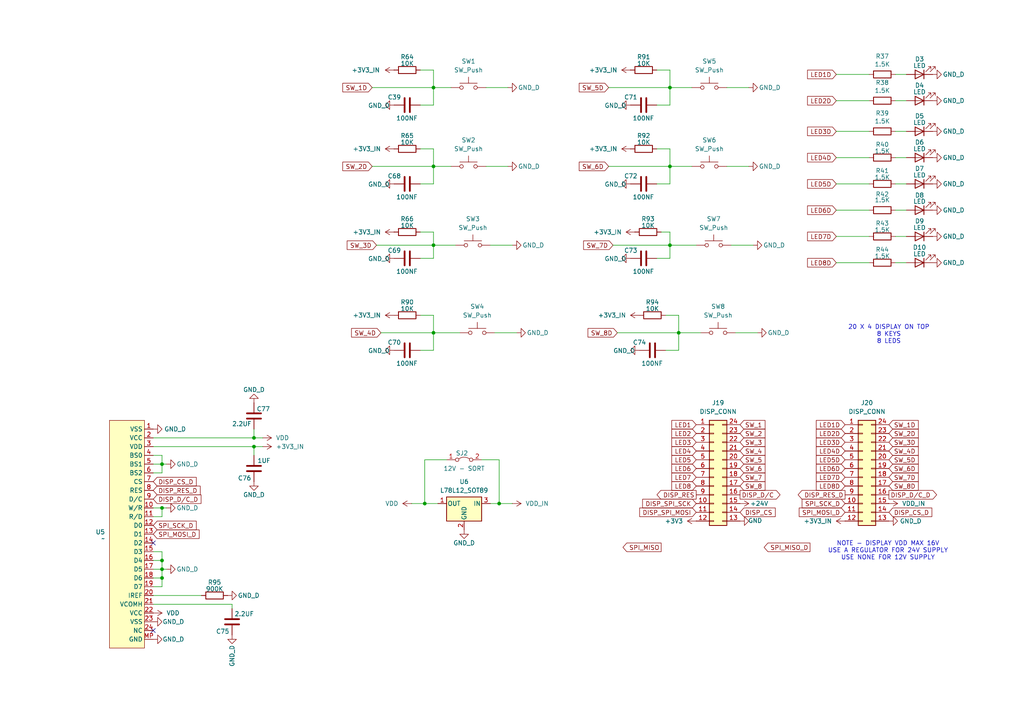
<source format=kicad_sch>
(kicad_sch (version 20231120) (generator "eeschema") (generator_version "8.0")
  (paper "A4")
  (lib_symbols
    (symbol "Connector_Generic:Conn_02x12_Counter_Clockwise" (pin_names (offset 1.016) hide)
      (property "Reference" "J" (at 1.27 15.24 0))
      (property "Value" "Conn_02x12_Counter_Clockwise" (at 1.27 -17.78 0))
      (symbol "Conn_02x12_Counter_Clockwise_1_1"
        (rectangle (start -1.27 -15.113) (end 0 -15.367) (stroke (width 0.1524)))
        (rectangle (start -1.27 -12.573) (end 0 -12.827) (stroke (width 0.1524)))
        (rectangle (start -1.27 -10.033) (end 0 -10.287) (stroke (width 0.1524)))
        (rectangle (start -1.27 -7.493) (end 0 -7.747) (stroke (width 0.1524)))
        (rectangle (start -1.27 -4.953) (end 0 -5.207) (stroke (width 0.1524)))
        (rectangle (start -1.27 -2.413) (end 0 -2.667) (stroke (width 0.1524)))
        (rectangle (start -1.27 0.127) (end 0 -0.127) (stroke (width 0.1524)))
        (rectangle (start -1.27 2.667) (end 0 2.413) (stroke (width 0.1524)))
        (rectangle (start -1.27 5.207) (end 0 4.953) (stroke (width 0.1524)))
        (rectangle (start -1.27 7.747) (end 0 7.493) (stroke (width 0.1524)))
        (rectangle (start -1.27 10.287) (end 0 10.033) (stroke (width 0.1524)))
        (rectangle (start -1.27 12.827) (end 0 12.573) (stroke (width 0.1524)))
        (rectangle (start -1.27 13.97) (end 3.81 -16.51) (stroke (width 0.254)) (fill (type background)))
        (rectangle (start 3.81 -15.113) (end 2.54 -15.367) (stroke (width 0.1524)))
        (rectangle (start 3.81 -12.573) (end 2.54 -12.827) (stroke (width 0.1524)))
        (rectangle (start 3.81 -10.033) (end 2.54 -10.287) (stroke (width 0.1524)))
        (rectangle (start 3.81 -7.493) (end 2.54 -7.747) (stroke (width 0.1524)))
        (rectangle (start 3.81 -4.953) (end 2.54 -5.207) (stroke (width 0.1524)))
        (rectangle (start 3.81 -2.413) (end 2.54 -2.667) (stroke (width 0.1524)))
        (rectangle (start 3.81 0.127) (end 2.54 -0.127) (stroke (width 0.1524)))
        (rectangle (start 3.81 2.667) (end 2.54 2.413) (stroke (width 0.1524)))
        (rectangle (start 3.81 5.207) (end 2.54 4.953) (stroke (width 0.1524)))
        (rectangle (start 3.81 7.747) (end 2.54 7.493) (stroke (width 0.1524)))
        (rectangle (start 3.81 10.287) (end 2.54 10.033) (stroke (width 0.1524)))
        (rectangle (start 3.81 12.827) (end 2.54 12.573) (stroke (width 0.1524)))
        (pin passive line (at -5.08 12.7 0) (length 3.81) (name "Pin_1") (number "1"))
        (pin passive line (at -5.08 -10.16 0) (length 3.81) (name "Pin_10") (number "10"))
        (pin passive line (at -5.08 -12.7 0) (length 3.81) (name "Pin_11") (number "11"))
        (pin passive line (at -5.08 -15.24 0) (length 3.81) (name "Pin_12") (number "12"))
        (pin passive line (at 7.62 -15.24 180) (length 3.81) (name "Pin_13") (number "13"))
        (pin passive line (at 7.62 -12.7 180) (length 3.81) (name "Pin_14") (number "14"))
        (pin passive line (at 7.62 -10.16 180) (length 3.81) (name "Pin_15") (number "15"))
        (pin passive line (at 7.62 -7.62 180) (length 3.81) (name "Pin_16") (number "16"))
        (pin passive line (at 7.62 -5.08 180) (length 3.81) (name "Pin_17") (number "17"))
        (pin passive line (at 7.62 -2.54 180) (length 3.81) (name "Pin_18") (number "18"))
        (pin passive line (at 7.62 0 180) (length 3.81) (name "Pin_19") (number "19"))
        (pin passive line (at -5.08 10.16 0) (length 3.81) (name "Pin_2") (number "2"))
        (pin passive line (at 7.62 2.54 180) (length 3.81) (name "Pin_20") (number "20"))
        (pin passive line (at 7.62 5.08 180) (length 3.81) (name "Pin_21") (number "21"))
        (pin passive line (at 7.62 7.62 180) (length 3.81) (name "Pin_22") (number "22"))
        (pin passive line (at 7.62 10.16 180) (length 3.81) (name "Pin_23") (number "23"))
        (pin passive line (at 7.62 12.7 180) (length 3.81) (name "Pin_24") (number "24"))
        (pin passive line (at -5.08 7.62 0) (length 3.81) (name "Pin_3") (number "3"))
        (pin passive line (at -5.08 5.08 0) (length 3.81) (name "Pin_4") (number "4"))
        (pin passive line (at -5.08 2.54 0) (length 3.81) (name "Pin_5") (number "5"))
        (pin passive line (at -5.08 0 0) (length 3.81) (name "Pin_6") (number "6"))
        (pin passive line (at -5.08 -2.54 0) (length 3.81) (name "Pin_7") (number "7"))
        (pin passive line (at -5.08 -5.08 0) (length 3.81) (name "Pin_8") (number "8"))
        (pin passive line (at -5.08 -7.62 0) (length 3.81) (name "Pin_9") (number "9"))
      )
    )
    (symbol "Device:C" (pin_numbers hide) (pin_names (offset 0.254))
      (property "Reference" "C" (at 0.635 2.54 0))
      (property "Value" "C" (at 0.635 -2.54 0))
      (symbol "C_0_1"
        (polyline (pts (xy -2.032 -0.762) (xy 2.032 -0.762)) (stroke (width 0.508)))
        (polyline (pts (xy -2.032 0.762) (xy 2.032 0.762)) (stroke (width 0.508)))
      )
      (symbol "C_1_1"
        (pin passive line (at 0 3.81 270) (length 2.794) (name "~") (number "1"))
        (pin passive line (at 0 -3.81 90) (length 2.794) (name "~") (number "2"))
      )
    )
    (symbol "Device:LED" (pin_numbers hide) (pin_names (offset 1.016) hide)
      (property "Reference" "D" (at 0 2.54 0))
      (property "Value" "LED" (at 0 -2.54 0))
      (symbol "LED_0_1"
        (polyline (pts (xy -1.27 -1.27) (xy -1.27 1.27)) (stroke (width 0.254)))
        (polyline (pts (xy -1.27 0) (xy 1.27 0)))
        (polyline (pts (xy 1.27 -1.27) (xy 1.27 1.27) (xy -1.27 0) (xy 1.27 -1.27)) (stroke (width 0.254)))
        (polyline (pts (xy -3.048 -0.762) (xy -4.572 -2.286) (xy -3.81 -2.286) (xy -4.572 -2.286) (xy -4.572 -1.524)))
        (polyline (pts (xy -1.778 -0.762) (xy -3.302 -2.286) (xy -2.54 -2.286) (xy -3.302 -2.286) (xy -3.302 -1.524)))
      )
      (symbol "LED_1_1"
        (pin passive line (at -3.81 0 0) (length 2.54) (name "K") (number "1"))
        (pin passive line (at 3.81 0 180) (length 2.54) (name "A") (number "2"))
      )
    )
    (symbol "Device:R" (pin_numbers hide) (pin_names (offset 0))
      (property "Reference" "R" (at 2.032 0 90))
      (property "Value" "R" (at 0 0 90))
      (symbol "R_0_1"
        (rectangle (start -1.016 -2.54) (end 1.016 2.54) (stroke (width 0.254)))
      )
      (symbol "R_1_1"
        (pin passive line (at 0 3.81 270) (length 1.27) (name "~") (number "1"))
        (pin passive line (at 0 -3.81 90) (length 1.27) (name "~") (number "2"))
      )
    )
    (symbol "Jumper:Jumper_2_Bridged" (pin_names (offset 0) hide)
      (property "Reference" "JP" (at 0 1.905 0))
      (property "Value" "Jumper_2_Bridged" (at 0 -2.54 0))
      (symbol "Jumper_2_Bridged_0_0"
        (circle (center -2.032 0) (radius 0.508))
        (circle (center 2.032 0) (radius 0.508))
      )
      (symbol "Jumper_2_Bridged_0_1"
        (arc (start 1.524 0.254) (mid 0 0.762) (end -1.524 0.254))
      )
      (symbol "Jumper_2_Bridged_1_1"
        (pin passive line (at -5.08 0 0) (length 2.54) (name "A") (number "1"))
        (pin passive line (at 5.08 0 180) (length 2.54) (name "B") (number "2"))
      )
    )
    (symbol "OLED DISPLAY:OLED_24PIN"
      (property "Reference" "U" (at -0.254 32.258 0))
      (symbol "OLED_24PIN_0_1"
        (rectangle (start -5.08 30.48) (end 5.08 -35.56) (fill (type background)))
      )
      (symbol "OLED_24PIN_1_1"
        (pin input line (at -7.62 27.94 0) (length 2.54) (name "VSS") (number "1"))
        (pin input line (at -7.62 5.08 0) (length 2.54) (name "W/R") (number "10"))
        (pin input line (at -7.62 2.54 0) (length 2.54) (name "R/D") (number "11"))
        (pin input line (at -7.62 0 0) (length 2.54) (name "D0") (number "12"))
        (pin input line (at -7.62 -2.54 0) (length 2.54) (name "D1") (number "13"))
        (pin input line (at -7.62 -5.08 0) (length 2.54) (name "D2") (number "14"))
        (pin input line (at -7.62 -7.62 0) (length 2.54) (name "D3") (number "15"))
        (pin input line (at -7.62 -10.16 0) (length 2.54) (name "D4") (number "16"))
        (pin input line (at -7.62 -12.7 0) (length 2.54) (name "D5") (number "17"))
        (pin input line (at -7.62 -15.24 0) (length 2.54) (name "D6") (number "18"))
        (pin input line (at -7.62 -17.78 0) (length 2.54) (name "D7") (number "19"))
        (pin input line (at -7.62 25.4 0) (length 2.54) (name "VCC") (number "2"))
        (pin input line (at -7.62 -20.32 0) (length 2.54) (name "IREF") (number "20"))
        (pin input line (at -7.62 -22.86 0) (length 2.54) (name "VCOMH") (number "21"))
        (pin input line (at -7.62 -25.4 0) (length 2.54) (name "VCC") (number "22"))
        (pin input line (at -7.62 -27.94 0) (length 2.54) (name "VSS") (number "23"))
        (pin input line (at -7.62 -30.48 0) (length 2.54) (name "NC") (number "24"))
        (pin input line (at -7.62 22.86 0) (length 2.54) (name "VDD") (number "3"))
        (pin input line (at -7.62 20.32 0) (length 2.54) (name "BS0") (number "4"))
        (pin input line (at -7.62 17.78 0) (length 2.54) (name "BS1") (number "5"))
        (pin input line (at -7.62 15.24 0) (length 2.54) (name "BS2") (number "6"))
        (pin input line (at -7.62 12.7 0) (length 2.54) (name "CS") (number "7"))
        (pin input line (at -7.62 10.16 0) (length 2.54) (name "RES") (number "8"))
        (pin input line (at -7.62 7.62 0) (length 2.54) (name "D/C") (number "9"))
        (pin input line (at -7.62 -33.02 0) (length 2.54) (name "GND") (number "MP"))
      )
    )
    (symbol "Regulator_Linear:L78L12_SOT89" (pin_names (offset 0.254))
      (property "Reference" "U" (at -3.81 3.175 0))
      (property "Value" "L78L12_SOT89" (at -0.635 3.175 0))
      (symbol "L78L12_SOT89_0_1"
        (rectangle (start -5.08 1.905) (end 5.08 -5.08) (stroke (width 0.254)) (fill (type background)))
      )
      (symbol "L78L12_SOT89_1_1"
        (pin power_out line (at 7.62 0 180) (length 2.54) (name "OUT") (number "1"))
        (pin power_in line (at 0 -7.62 90) (length 2.54) (name "GND") (number "2"))
        (pin power_in line (at -7.62 0 0) (length 2.54) (name "IN") (number "3"))
      )
    )
    (symbol "Switch:SW_Push" (pin_numbers hide) (pin_names (offset 1.016) hide)
      (property "Reference" "SW" (at 1.27 2.54 0))
      (property "Value" "SW_Push" (at 0 -1.524 0))
      (symbol "SW_Push_0_1"
        (circle (center -2.032 0) (radius 0.508))
        (polyline (pts (xy 0 1.27) (xy 0 3.048)))
        (polyline (pts (xy 2.54 1.27) (xy -2.54 1.27)))
        (circle (center 2.032 0) (radius 0.508))
        (pin passive line (at -5.08 0 0) (length 2.54) (name "1") (number "1"))
        (pin passive line (at 5.08 0 180) (length 2.54) (name "2") (number "2"))
      )
    )
    (symbol "power:+24V" (power) (pin_names (offset 0))
      (property "Value" "+24V" (at 0 3.556 0))
      (symbol "+24V_0_1"
        (polyline (pts (xy -0.762 1.27) (xy 0 2.54)))
        (polyline (pts (xy 0 0) (xy 0 2.54)))
        (polyline (pts (xy 0 2.54) (xy 0.762 1.27)))
      )
      (symbol "+24V_1_1"
        (pin power_in line (at 0 0 90) (length 0) hide (name "+24V") (number "1"))
      )
    )
    (symbol "power:+3V3" (power) (pin_numbers hide) (pin_names (offset 0) hide)
      (property "Value" "+3V3" (at 0 3.556 0))
      (symbol "+3V3_0_1"
        (polyline (pts (xy -0.762 1.27) (xy 0 2.54)))
        (polyline (pts (xy 0 0) (xy 0 2.54)))
        (polyline (pts (xy 0 2.54) (xy 0.762 1.27)))
      )
      (symbol "+3V3_1_1"
        (pin power_in line (at 0 0 90) (length 0) (name "~") (number "1"))
      )
    )
    (symbol "power:GND" (power) (pin_names (offset 0))
      (property "Value" "GND" (at 0 -3.81 0))
      (symbol "GND_0_1"
        (polyline (pts (xy 0 0) (xy 0 -1.27) (xy 1.27 -1.27) (xy 0 -2.54) (xy -1.27 -1.27) (xy 0 -1.27)))
      )
      (symbol "GND_1_1"
        (pin power_in line (at 0 0 270) (length 0) hide (name "GND") (number "1"))
      )
    )
    (symbol "power:VDD" (power) (pin_numbers hide) (pin_names (offset 0) hide)
      (property "Value" "VDD" (at 0 3.556 0))
      (symbol "VDD_0_1"
        (polyline (pts (xy -0.762 1.27) (xy 0 2.54)))
        (polyline (pts (xy 0 0) (xy 0 2.54)))
        (polyline (pts (xy 0 2.54) (xy 0.762 1.27)))
      )
      (symbol "VDD_1_1"
        (pin power_in line (at 0 0 90) (length 0) (name "~") (number "1"))
      )
    )
  )
  (junction (at 125.73 48.26))
  (junction (at 46.99 147.32))
  (junction (at 46.99 165.1))
  (junction (at 194.31 25.4))
  (junction (at 123.19 146.05))
  (junction (at 46.99 167.64))
  (junction (at 194.31 71.12))
  (junction (at 194.31 48.26))
  (junction (at 125.73 71.12))
  (junction (at 73.66 127))
  (junction (at 46.99 162.56))
  (junction (at 144.78 146.05))
  (junction (at 125.73 96.52))
  (junction (at 196.85 96.52))
  (junction (at 73.66 129.54))
  (junction (at 125.73 25.4))
  (junction (at 46.99 134.62))
  (no_connect (at 44.45 182.88))
  (no_connect (at 44.45 157.48))
  (wire (pts (xy 140.97 48.26) (xy 147.32 48.26)))
  (wire (pts (xy 44.45 165.1) (xy 46.99 165.1)))
  (wire (pts (xy 259.715 68.58) (xy 262.89 68.58)))
  (wire (pts (xy 44.45 172.72) (xy 58.42 172.72)))
  (wire (pts (xy 44.45 162.56) (xy 46.99 162.56)))
  (wire (pts (xy 196.85 101.6) (xy 196.85 96.52)))
  (wire (pts (xy 193.04 91.44) (xy 196.85 91.44)))
  (wire (pts (xy 193.04 101.6) (xy 196.85 101.6)))
  (wire (pts (xy 73.66 129.54) (xy 44.45 129.54)))
  (wire (pts (xy 125.73 91.44) (xy 125.73 96.52)))
  (wire (pts (xy 177.8 71.12) (xy 194.31 71.12)))
  (wire (pts (xy 252.095 38.1) (xy 242.57 38.1)))
  (wire (pts (xy 76.2 129.54) (xy 73.66 129.54)))
  (wire (pts (xy 194.31 74.93) (xy 194.31 71.12)))
  (wire (pts (xy 125.73 25.4) (xy 130.81 25.4)))
  (wire (pts (xy 125.73 48.26) (xy 130.81 48.26)))
  (wire (pts (xy 252.095 45.72) (xy 242.57 45.72)))
  (wire (pts (xy 259.715 29.21) (xy 262.89 29.21)))
  (wire (pts (xy 121.92 53.34) (xy 125.73 53.34)))
  (wire (pts (xy 121.92 91.44) (xy 125.73 91.44)))
  (wire (pts (xy 194.31 25.4) (xy 200.66 25.4)))
  (wire (pts (xy 125.73 101.6) (xy 125.73 96.52)))
  (wire (pts (xy 210.82 25.4) (xy 217.17 25.4)))
  (wire (pts (xy 179.07 96.52) (xy 196.85 96.52)))
  (wire (pts (xy 148.59 146.05) (xy 144.78 146.05)))
  (wire (pts (xy 46.99 137.16) (xy 44.45 137.16)))
  (wire (pts (xy 176.53 48.26) (xy 194.31 48.26)))
  (wire (pts (xy 44.45 127) (xy 73.66 127)))
  (wire (pts (xy 125.73 96.52) (xy 133.35 96.52)))
  (wire (pts (xy 196.85 91.44) (xy 196.85 96.52)))
  (wire (pts (xy 259.715 45.72) (xy 262.89 45.72)))
  (wire (pts (xy 121.92 67.31) (xy 125.73 67.31)))
  (wire (pts (xy 121.92 20.32) (xy 125.73 20.32)))
  (wire (pts (xy 125.73 53.34) (xy 125.73 48.26)))
  (wire (pts (xy 129.54 133.35) (xy 123.19 133.35)))
  (wire (pts (xy 194.31 67.31) (xy 194.31 71.12)))
  (wire (pts (xy 44.45 167.64) (xy 46.99 167.64)))
  (wire (pts (xy 259.715 53.34) (xy 262.89 53.34)))
  (wire (pts (xy 109.22 71.12) (xy 125.73 71.12)))
  (wire (pts (xy 44.45 149.86) (xy 46.99 149.86)))
  (wire (pts (xy 191.77 67.31) (xy 194.31 67.31)))
  (wire (pts (xy 46.99 132.08) (xy 46.99 134.62)))
  (wire (pts (xy 143.51 96.52) (xy 149.86 96.52)))
  (wire (pts (xy 73.66 127) (xy 73.66 124.46)))
  (wire (pts (xy 123.19 133.35) (xy 123.19 146.05)))
  (wire (pts (xy 107.95 48.26) (xy 125.73 48.26)))
  (wire (pts (xy 213.36 96.52) (xy 219.71 96.52)))
  (wire (pts (xy 46.99 160.02) (xy 46.99 162.56)))
  (wire (pts (xy 190.5 30.48) (xy 194.31 30.48)))
  (wire (pts (xy 125.73 71.12) (xy 132.08 71.12)))
  (wire (pts (xy 194.31 20.32) (xy 194.31 25.4)))
  (wire (pts (xy 46.99 162.56) (xy 46.99 165.1)))
  (wire (pts (xy 194.31 71.12) (xy 201.93 71.12)))
  (wire (pts (xy 210.82 48.26) (xy 217.17 48.26)))
  (wire (pts (xy 46.99 165.1) (xy 48.26 165.1)))
  (wire (pts (xy 144.78 146.05) (xy 142.24 146.05)))
  (wire (pts (xy 125.73 20.32) (xy 125.73 25.4)))
  (wire (pts (xy 259.715 21.59) (xy 262.89 21.59)))
  (wire (pts (xy 190.5 20.32) (xy 194.31 20.32)))
  (wire (pts (xy 107.95 25.4) (xy 125.73 25.4)))
  (wire (pts (xy 46.99 165.1) (xy 46.99 167.64)))
  (wire (pts (xy 142.24 71.12) (xy 148.59 71.12)))
  (wire (pts (xy 139.7 133.35) (xy 144.78 133.35)))
  (wire (pts (xy 123.19 146.05) (xy 127 146.05)))
  (wire (pts (xy 46.99 134.62) (xy 48.26 134.62)))
  (wire (pts (xy 125.73 67.31) (xy 125.73 71.12)))
  (wire (pts (xy 110.49 96.52) (xy 125.73 96.52)))
  (wire (pts (xy 252.095 21.59) (xy 242.57 21.59)))
  (wire (pts (xy 46.99 167.64) (xy 46.99 170.18)))
  (wire (pts (xy 46.99 134.62) (xy 46.99 137.16)))
  (wire (pts (xy 121.92 43.18) (xy 125.73 43.18)))
  (wire (pts (xy 44.45 134.62) (xy 46.99 134.62)))
  (wire (pts (xy 259.715 60.96) (xy 262.89 60.96)))
  (wire (pts (xy 144.78 133.35) (xy 144.78 146.05)))
  (wire (pts (xy 140.97 25.4) (xy 147.32 25.4)))
  (wire (pts (xy 190.5 53.34) (xy 194.31 53.34)))
  (wire (pts (xy 252.095 76.2) (xy 242.57 76.2)))
  (wire (pts (xy 196.85 96.52) (xy 203.2 96.52)))
  (wire (pts (xy 125.73 30.48) (xy 125.73 25.4)))
  (wire (pts (xy 46.99 170.18) (xy 44.45 170.18)))
  (wire (pts (xy 44.45 160.02) (xy 46.99 160.02)))
  (wire (pts (xy 73.66 129.54) (xy 73.66 132.08)))
  (wire (pts (xy 212.09 71.12) (xy 218.44 71.12)))
  (wire (pts (xy 194.31 53.34) (xy 194.31 48.26)))
  (wire (pts (xy 252.095 53.34) (xy 242.57 53.34)))
  (wire (pts (xy 44.45 175.26) (xy 67.31 175.26)))
  (wire (pts (xy 176.53 25.4) (xy 194.31 25.4)))
  (wire (pts (xy 121.92 30.48) (xy 125.73 30.48)))
  (wire (pts (xy 252.095 29.21) (xy 242.57 29.21)))
  (wire (pts (xy 190.5 43.18) (xy 194.31 43.18)))
  (wire (pts (xy 67.31 175.26) (xy 67.31 176.53)))
  (wire (pts (xy 194.31 43.18) (xy 194.31 48.26)))
  (wire (pts (xy 252.095 68.58) (xy 242.57 68.58)))
  (wire (pts (xy 121.92 74.93) (xy 125.73 74.93)))
  (wire (pts (xy 125.73 43.18) (xy 125.73 48.26)))
  (wire (pts (xy 194.31 30.48) (xy 194.31 25.4)))
  (wire (pts (xy 44.45 147.32) (xy 46.99 147.32)))
  (wire (pts (xy 73.66 127) (xy 76.2 127)))
  (wire (pts (xy 259.715 76.2) (xy 262.89 76.2)))
  (wire (pts (xy 119.38 146.05) (xy 123.19 146.05)))
  (wire (pts (xy 194.31 48.26) (xy 200.66 48.26)))
  (wire (pts (xy 190.5 74.93) (xy 194.31 74.93)))
  (wire (pts (xy 46.99 147.32) (xy 48.26 147.32)))
  (wire (pts (xy 252.095 60.96) (xy 242.57 60.96)))
  (wire (pts (xy 259.715 38.1) (xy 262.89 38.1)))
  (wire (pts (xy 46.99 149.86) (xy 46.99 147.32)))
  (wire (pts (xy 121.92 101.6) (xy 125.73 101.6)))
  (wire (pts (xy 125.73 74.93) (xy 125.73 71.12)))
  (wire (pts (xy 44.45 132.08) (xy 46.99 132.08)))
  (text "20 X 4 DISPLAY ON TOP\n8 KEYS\n8 LEDS" (at 257.81 97.028 0) (effects (font (size 1.27 1.27))))
  (text "NOTE - DISPLAY VDD MAX 16V\nUSE A REGULATOR FOR 24V SUPPLY\nUSE NONE FOR 12V SUPPLY" (at 257.556 159.766 0) (effects (font (size 1.27 1.27))))
  (global_label "LED8" (shape input) (at 201.93 140.97 180) (property "Intersheetrefs" "${INTERSHEET_REFS}" (effects (hide yes))))
  (global_label "DISP_D{slash}C_D" (shape input) (at 44.45 144.78 0) (property "Intersheetrefs" "${INTERSHEET_REFS}" (effects (hide yes))))
  (global_label "LED7D" (shape input) (at 242.57 68.58 180) (property "Intersheetrefs" "${INTERSHEET_REFS}" (effects (hide yes))))
  (global_label "SPI_MISO_D" (shape output) (at 234.95 158.75 180) (property "Intersheetrefs" "${INTERSHEET_REFS}" (effects (hide yes))))
  (global_label "LED6" (shape input) (at 201.93 135.89 180) (property "Intersheetrefs" "${INTERSHEET_REFS}" (effects (hide yes))))
  (global_label "LED2D" (shape input) (at 242.57 29.21 180) (property "Intersheetrefs" "${INTERSHEET_REFS}" (effects (hide yes))))
  (global_label "DISP_RES_D" (shape input) (at 44.45 142.24 0) (property "Intersheetrefs" "${INTERSHEET_REFS}" (effects (hide yes))))
  (global_label "SW_7D" (shape input) (at 257.81 138.43 0) (property "Intersheetrefs" "${INTERSHEET_REFS}" (effects (hide yes))))
  (global_label "LED7" (shape input) (at 201.93 138.43 180) (property "Intersheetrefs" "${INTERSHEET_REFS}" (effects (hide yes))))
  (global_label "DISP_D{slash}C" (shape output) (at 214.63 143.51 0) (property "Intersheetrefs" "${INTERSHEET_REFS}" (effects (hide yes))))
  (global_label "DISP_RES" (shape output) (at 201.93 143.51 180) (property "Intersheetrefs" "${INTERSHEET_REFS}" (effects (hide yes))))
  (global_label "LED3" (shape input) (at 201.93 128.27 180) (property "Intersheetrefs" "${INTERSHEET_REFS}" (effects (hide yes))))
  (global_label "LED5D" (shape input) (at 242.57 53.34 180) (property "Intersheetrefs" "${INTERSHEET_REFS}" (effects (hide yes))))
  (global_label "LED3D" (shape input) (at 245.11 128.27 180) (property "Intersheetrefs" "${INTERSHEET_REFS}" (effects (hide yes))))
  (global_label "LED1" (shape input) (at 201.93 123.19 180) (property "Intersheetrefs" "${INTERSHEET_REFS}" (effects (hide yes))))
  (global_label "SPI_SCK_D" (shape input) (at 245.11 146.05 180) (property "Intersheetrefs" "${INTERSHEET_REFS}" (effects (hide yes))))
  (global_label "SW_6" (shape input) (at 214.63 135.89 0) (property "Intersheetrefs" "${INTERSHEET_REFS}" (effects (hide yes))))
  (global_label "LED4" (shape input) (at 201.93 130.81 180) (property "Intersheetrefs" "${INTERSHEET_REFS}" (effects (hide yes))))
  (global_label "LED6D" (shape input) (at 245.11 135.89 180) (property "Intersheetrefs" "${INTERSHEET_REFS}" (effects (hide yes))))
  (global_label "SW_4D" (shape input) (at 257.81 130.81 0) (property "Intersheetrefs" "${INTERSHEET_REFS}" (effects (hide yes))))
  (global_label "LED6D" (shape input) (at 242.57 60.96 180) (property "Intersheetrefs" "${INTERSHEET_REFS}" (effects (hide yes))))
  (global_label "SPI_MISO" (shape output) (at 191.77 158.75 180) (property "Intersheetrefs" "${INTERSHEET_REFS}" (effects (hide yes))))
  (global_label "LED1D" (shape input) (at 242.57 21.59 180) (property "Intersheetrefs" "${INTERSHEET_REFS}" (effects (hide yes))))
  (global_label "SW_8" (shape input) (at 214.63 140.97 0) (property "Intersheetrefs" "${INTERSHEET_REFS}" (effects (hide yes))))
  (global_label "LED1D" (shape input) (at 245.11 123.19 180) (property "Intersheetrefs" "${INTERSHEET_REFS}" (effects (hide yes))))
  (global_label "SW_7D" (shape input) (at 177.8 71.12 180) (property "Intersheetrefs" "${INTERSHEET_REFS}" (effects (hide yes))))
  (global_label "SW_5" (shape input) (at 214.63 133.35 0) (property "Intersheetrefs" "${INTERSHEET_REFS}" (effects (hide yes))))
  (global_label "LED7D" (shape input) (at 245.11 138.43 180) (property "Intersheetrefs" "${INTERSHEET_REFS}" (effects (hide yes))))
  (global_label "LED2D" (shape input) (at 245.11 125.73 180) (property "Intersheetrefs" "${INTERSHEET_REFS}" (effects (hide yes))))
  (global_label "LED5" (shape input) (at 201.93 133.35 180) (property "Intersheetrefs" "${INTERSHEET_REFS}" (effects (hide yes))))
  (global_label "SW_2D" (shape input) (at 257.81 125.73 0) (property "Intersheetrefs" "${INTERSHEET_REFS}" (effects (hide yes))))
  (global_label "SW_6D" (shape input) (at 176.53 48.26 180) (property "Intersheetrefs" "${INTERSHEET_REFS}" (effects (hide yes))))
  (global_label "SW_2D" (shape input) (at 107.95 48.26 180) (property "Intersheetrefs" "${INTERSHEET_REFS}" (effects (hide yes))))
  (global_label "LED3D" (shape input) (at 242.57 38.1 180) (property "Intersheetrefs" "${INTERSHEET_REFS}" (effects (hide yes))))
  (global_label "SW_8D" (shape input) (at 179.07 96.52 180) (property "Intersheetrefs" "${INTERSHEET_REFS}" (effects (hide yes))))
  (global_label "SPI_MOSI_D" (shape input) (at 245.11 148.59 180) (property "Intersheetrefs" "${INTERSHEET_REFS}" (effects (hide yes))))
  (global_label "DISP_D{slash}C_D" (shape output) (at 257.81 143.51 0) (property "Intersheetrefs" "${INTERSHEET_REFS}" (effects (hide yes))))
  (global_label "SPI_SCK_D" (shape input) (at 44.45 152.4 0) (property "Intersheetrefs" "${INTERSHEET_REFS}" (effects (hide yes))))
  (global_label "DISP_CS_D" (shape input) (at 257.81 148.59 0) (property "Intersheetrefs" "${INTERSHEET_REFS}" (effects (hide yes))))
  (global_label "DISP_SPI_MOSI" (shape input) (at 201.93 148.59 180) (property "Intersheetrefs" "${INTERSHEET_REFS}" (effects (hide yes))))
  (global_label "SW_2" (shape input) (at 214.63 125.73 0) (property "Intersheetrefs" "${INTERSHEET_REFS}" (effects (hide yes))))
  (global_label "SW_1" (shape input) (at 214.63 123.19 0) (property "Intersheetrefs" "${INTERSHEET_REFS}" (effects (hide yes))))
  (global_label "DISP_SPI_SCK" (shape input) (at 201.93 146.05 180) (property "Intersheetrefs" "${INTERSHEET_REFS}" (effects (hide yes))))
  (global_label "SW_5D" (shape input) (at 257.81 133.35 0) (property "Intersheetrefs" "${INTERSHEET_REFS}" (effects (hide yes))))
  (global_label "SW_1D" (shape input) (at 107.95 25.4 180) (property "Intersheetrefs" "${INTERSHEET_REFS}" (effects (hide yes))))
  (global_label "SW_3D" (shape input) (at 109.22 71.12 180) (property "Intersheetrefs" "${INTERSHEET_REFS}" (effects (hide yes))))
  (global_label "SW_1D" (shape input) (at 257.81 123.19 0) (property "Intersheetrefs" "${INTERSHEET_REFS}" (effects (hide yes))))
  (global_label "LED8D" (shape input) (at 245.11 140.97 180) (property "Intersheetrefs" "${INTERSHEET_REFS}" (effects (hide yes))))
  (global_label "LED2" (shape input) (at 201.93 125.73 180) (property "Intersheetrefs" "${INTERSHEET_REFS}" (effects (hide yes))))
  (global_label "SW_4" (shape input) (at 214.63 130.81 0) (property "Intersheetrefs" "${INTERSHEET_REFS}" (effects (hide yes))))
  (global_label "LED4D" (shape input) (at 245.11 130.81 180) (property "Intersheetrefs" "${INTERSHEET_REFS}" (effects (hide yes))))
  (global_label "SW_3" (shape input) (at 214.63 128.27 0) (property "Intersheetrefs" "${INTERSHEET_REFS}" (effects (hide yes))))
  (global_label "DISP_RES_D" (shape output) (at 245.11 143.51 180) (property "Intersheetrefs" "${INTERSHEET_REFS}" (effects (hide yes))))
  (global_label "SW_6D" (shape input) (at 257.81 135.89 0) (property "Intersheetrefs" "${INTERSHEET_REFS}" (effects (hide yes))))
  (global_label "SW_3D" (shape input) (at 257.81 128.27 0) (property "Intersheetrefs" "${INTERSHEET_REFS}" (effects (hide yes))))
  (global_label "DISP_CS" (shape input) (at 214.63 148.59 0) (property "Intersheetrefs" "${INTERSHEET_REFS}" (effects (hide yes))))
  (global_label "SPI_MOSI_D" (shape input) (at 44.45 154.94 0) (property "Intersheetrefs" "${INTERSHEET_REFS}" (effects (hide yes))))
  (global_label "DISP_CS_D" (shape input) (at 44.45 139.7 0) (property "Intersheetrefs" "${INTERSHEET_REFS}" (effects (hide yes))))
  (global_label "SW_4D" (shape input) (at 110.49 96.52 180) (property "Intersheetrefs" "${INTERSHEET_REFS}" (effects (hide yes))))
  (global_label "LED8D" (shape input) (at 242.57 76.2 180) (property "Intersheetrefs" "${INTERSHEET_REFS}" (effects (hide yes))))
  (global_label "LED5D" (shape input) (at 245.11 133.35 180) (property "Intersheetrefs" "${INTERSHEET_REFS}" (effects (hide yes))))
  (global_label "SW_5D" (shape input) (at 176.53 25.4 180) (property "Intersheetrefs" "${INTERSHEET_REFS}" (effects (hide yes))))
  (global_label "SW_8D" (shape input) (at 257.81 140.97 0) (property "Intersheetrefs" "${INTERSHEET_REFS}" (effects (hide yes))))
  (global_label "LED4D" (shape input) (at 242.57 45.72 180) (property "Intersheetrefs" "${INTERSHEET_REFS}" (effects (hide yes))))
  (global_label "SW_7" (shape input) (at 214.63 138.43 0) (property "Intersheetrefs" "${INTERSHEET_REFS}" (effects (hide yes))))
  (symbol (lib_id "Device:R") (at 255.905 21.59 270) (unit 1)
    (property "Reference" "R37" (at 255.905 16.3322 90))
    (property "Value" "1.5K" (at 255.905 18.6436 90))
    (property "Footprint" "Resistor_SMD:R_0805_2012Metric" (effects (hide yes)))
  )
  (symbol (lib_id "power:+3V3") (at 182.88 20.32 90) (unit 1)
    (property "Reference" "#PWR0224" (effects (hide yes)))
    (property "Value" "+3V3_IN" (at 179.07 20.3199 90) (effects (justify left)))
    (property "Description" "Power symbol creates a global label with name \"+3V3\"" (effects (hide yes)))
  )
  (symbol (lib_id "power:VDD") (at 257.81 146.05 270) (unit 1)
    (property "Reference" "#PWR0248" (effects (hide yes)))
    (property "Value" "VDD_IN" (at 261.62 146.0499 90) (effects (justify left)))
    (property "Description" "Power symbol creates a global label with name \"VDD\"" (effects (hide yes)))
  )
  (symbol (lib_id "Device:C") (at 186.69 53.34 90) (unit 1)
    (property "Reference" "C72" (at 184.912 51.054 90) (effects (justify left)))
    (property "Value" "100NF" (at 189.738 57.15 90) (effects (justify left)))
    (property "Footprint" "Capacitor_SMD:C_0805_2012Metric" (effects (hide yes)))
  )
  (symbol (lib_id "power:+3V3") (at 114.3 43.18 90) (unit 1)
    (property "Reference" "#PWR0221" (effects (hide yes)))
    (property "Value" "+3V3_IN" (at 110.49 43.1799 90) (effects (justify left)))
    (property "Description" "Power symbol creates a global label with name \"+3V3\"" (effects (hide yes)))
  )
  (symbol (lib_id "power:GND") (at 270.51 53.34 90) (unit 1)
    (property "Reference" "#PWR097" (effects (hide yes)))
    (property "Value" "GND_D" (at 276.606 53.34 90))
  )
  (symbol (lib_id "power:+3V3") (at 184.15 67.31 90) (unit 1)
    (property "Reference" "#PWR0226" (effects (hide yes)))
    (property "Value" "+3V3_IN" (at 180.34 67.3099 90) (effects (justify left)))
    (property "Description" "Power symbol creates a global label with name \"+3V3\"" (effects (hide yes)))
  )
  (symbol (lib_id "Switch:SW_Push") (at 138.43 96.52 0) (unit 1)
    (property "Reference" "SW4" (at 138.43 88.9 0))
    (property "Value" "SW_Push" (at 138.43 91.44 0))
    (property "Footprint" "Button_Switch_SMD:SW_Push_1P1T_NO_6x6mm_H9.5mm" (effects (hide yes)))
    (property "Description" "Push button switch, generic, two pins" (effects (hide yes)))
  )
  (symbol (lib_id "power:GND") (at 44.45 124.46 90) (unit 1)
    (property "Reference" "#PWR0242" (effects (hide yes)))
    (property "Value" "GND_D" (at 50.8 124.46 90))
  )
  (symbol (lib_id "Regulator_Linear:L78L12_SOT89") (at 134.62 146.05 0) (mirror y) (unit 1)
    (property "Reference" "U6" (at 134.62 139.7 0))
    (property "Value" "L78L12_SOT89" (at 134.62 142.24 0))
    (property "Footprint" "Package_TO_SOT_SMD:SOT-89-3" (effects (hide yes)))
    (property "Datasheet" "http://www.st.com/content/ccc/resource/technical/document/datasheet/15/55/e5/aa/23/5b/43/fd/CD00000446.pdf/files/CD00000446.pdf/jcr:content/translations/en.CD00000446.pdf" (effects (hide yes)))
    (property "Description" "Positive 100mA 30V Linear Regulator, Fixed Output 12V, SOT-89" (effects (hide yes)))
  )
  (symbol (lib_id "Device:C") (at 118.11 53.34 90) (unit 1)
    (property "Reference" "C68" (at 116.332 51.054 90) (effects (justify left)))
    (property "Value" "100NF" (at 121.158 57.15 90) (effects (justify left)))
    (property "Footprint" "Capacitor_SMD:C_0805_2012Metric" (effects (hide yes)))
  )
  (symbol (lib_id "Device:R") (at 186.69 20.32 270) (unit 1)
    (property "Reference" "R91" (at 186.69 16.51 90))
    (property "Value" "10K" (at 186.69 18.415 90))
    (property "Footprint" "Resistor_SMD:R_0805_2012Metric" (effects (hide yes)))
  )
  (symbol (lib_id "power:VDD") (at 44.45 177.8 270) (unit 1)
    (property "Reference" "#PWR0247" (effects (hide yes)))
    (property "Value" "VDD" (at 48.26 177.7999 90) (effects (justify left)))
    (property "Description" "Power symbol creates a global label with name \"VDD\"" (effects (hide yes)))
  )
  (symbol (lib_id "Device:LED") (at 266.7 29.21 180) (unit 1)
    (property "Reference" "D4" (at 266.7 24.765 0))
    (property "Value" "LED" (at 266.7 26.67 0))
    (property "Footprint" "LED_SMD:LED_1206_3216Metric_Pad1.42x1.75mm_HandSolder" (effects (hide yes)))
  )
  (symbol (lib_id "Device:C") (at 186.69 30.48 90) (unit 1)
    (property "Reference" "C71" (at 184.912 28.194 90) (effects (justify left)))
    (property "Value" "100NF" (at 189.738 34.29 90) (effects (justify left)))
    (property "Footprint" "Capacitor_SMD:C_0805_2012Metric" (effects (hide yes)))
  )
  (symbol (lib_id "Device:R") (at 255.905 60.96 270) (unit 1)
    (property "Reference" "R42" (at 255.905 56.3372 90))
    (property "Value" "1.5K" (at 255.905 58.0136 90))
    (property "Footprint" "Resistor_SMD:R_0805_2012Metric" (effects (hide yes)))
  )
  (symbol (lib_id "Device:R") (at 255.905 38.1 270) (unit 1)
    (property "Reference" "R39" (at 255.905 32.8422 90))
    (property "Value" "1.5K" (at 255.905 35.1536 90))
    (property "Footprint" "Resistor_SMD:R_0805_2012Metric" (effects (hide yes)))
  )
  (symbol (lib_id "power:GND") (at 67.31 184.15 0) (unit 1)
    (property "Reference" "#PWR0240" (effects (hide yes)))
    (property "Value" "GND_D" (at 67.31 190.246 90))
  )
  (symbol (lib_id "power:VDD") (at 148.59 146.05 270) (unit 1)
    (property "Reference" "#PWR0254" (effects (hide yes)))
    (property "Value" "VDD_IN" (at 152.4 146.0499 90) (effects (justify left)))
    (property "Description" "Power symbol creates a global label with name \"VDD\"" (effects (hide yes)))
  )
  (symbol (lib_id "power:GND") (at 44.45 180.34 90) (unit 1)
    (property "Reference" "#PWR0241" (effects (hide yes)))
    (property "Value" "GND_D" (at 50.292 180.34 90))
  )
  (symbol (lib_id "power:+3V3") (at 245.11 151.13 90) (unit 1)
    (property "Reference" "#PWR0249" (effects (hide yes)))
    (property "Value" "+3V3_IN" (at 241.3 151.1299 90) (effects (justify left)))
    (property "Description" "Power symbol creates a global label with name \"+3V3\"" (effects (hide yes)))
  )
  (symbol (lib_id "power:GND") (at 147.32 48.26 90) (unit 1)
    (property "Reference" "#PWR0163" (effects (hide yes)))
    (property "Value" "GND_D" (at 153.416 48.26 90))
  )
  (symbol (lib_id "Device:C") (at 186.69 74.93 90) (unit 1)
    (property "Reference" "C73" (at 184.912 72.644 90) (effects (justify left)))
    (property "Value" "100NF" (at 189.738 78.74 90) (effects (justify left)))
    (property "Footprint" "Capacitor_SMD:C_0805_2012Metric" (effects (hide yes)))
  )
  (symbol (lib_id "power:VDD") (at 119.38 146.05 90) (unit 1)
    (property "Reference" "#PWR0251" (effects (hide yes)))
    (property "Value" "VDD" (at 115.57 146.0499 90) (effects (justify left)))
    (property "Description" "Power symbol creates a global label with name \"VDD\"" (effects (hide yes)))
  )
  (symbol (lib_id "power:+3V3") (at 76.2 129.54 270) (unit 1)
    (property "Reference" "#PWR0243" (effects (hide yes)))
    (property "Value" "+3V3_IN" (at 80.01 129.5399 90) (effects (justify left)))
    (property "Description" "Power symbol creates a global label with name \"+3V3\"" (effects (hide yes)))
  )
  (symbol (lib_id "power:+3V3") (at 185.42 91.44 90) (unit 1)
    (property "Reference" "#PWR0227" (effects (hide yes)))
    (property "Value" "+3V3_IN" (at 181.61 91.4399 90) (effects (justify left)))
    (property "Description" "Power symbol creates a global label with name \"+3V3\"" (effects (hide yes)))
  )
  (symbol (lib_id "Device:C") (at 118.11 30.48 90) (unit 1)
    (property "Reference" "C39" (at 116.332 28.194 90) (effects (justify left)))
    (property "Value" "100NF" (at 121.158 34.29 90) (effects (justify left)))
    (property "Footprint" "Capacitor_SMD:C_0805_2012Metric" (effects (hide yes)))
  )
  (symbol (lib_id "Jumper:Jumper_2_Bridged") (at 134.62 133.35 0) (unit 1)
    (property "Reference" "SJ2" (at 133.985 131.445 0))
    (property "Value" "12V - SORT" (at 134.62 135.89 0))
    (property "Footprint" "Jumper:SolderJumper-2_P1.3mm_Open_Pad1.0x1.5mm" (effects (hide yes)))
  )
  (symbol (lib_id "power:GND") (at 114.3 101.6 270) (unit 1)
    (property "Reference" "#PWR0216" (effects (hide yes)))
    (property "Value" "GND_D" (at 109.9058 101.727 90))
  )
  (symbol (lib_id "power:GND") (at 147.32 25.4 90) (unit 1)
    (property "Reference" "#PWR0162" (effects (hide yes)))
    (property "Value" "GND_D" (at 153.416 25.4 90))
  )
  (symbol (lib_id "power:GND") (at 257.81 151.13 90) (unit 1)
    (property "Reference" "#PWR0233" (effects (hide yes)))
    (property "Value" "GND_D" (at 264.16 151.13 90))
  )
  (symbol (lib_id "power:GND") (at 270.51 76.2 90) (unit 1)
    (property "Reference" "#PWR0100" (effects (hide yes)))
    (property "Value" "GND_D" (at 276.606 76.2 90))
  )
  (symbol (lib_id "Device:R") (at 255.905 76.2 270) (unit 1)
    (property "Reference" "R44" (at 255.905 72.39 90))
    (property "Value" "1.5K" (at 255.905 74.295 90))
    (property "Footprint" "Resistor_SMD:R_0805_2012Metric" (effects (hide yes)))
  )
  (symbol (lib_id "power:GND") (at 270.51 21.59 90) (unit 1)
    (property "Reference" "#PWR093" (effects (hide yes)))
    (property "Value" "GND_D" (at 276.606 21.59 90))
  )
  (symbol (lib_id "Switch:SW_Push") (at 205.74 48.26 0) (unit 1)
    (property "Reference" "SW6" (at 205.74 40.64 0))
    (property "Value" "SW_Push" (at 205.74 43.18 0))
    (property "Footprint" "Button_Switch_SMD:SW_Push_1P1T_NO_6x6mm_H9.5mm" (effects (hide yes)))
    (property "Description" "Push button switch, generic, two pins" (effects (hide yes)))
  )
  (symbol (lib_id "Device:C") (at 118.11 74.93 90) (unit 1)
    (property "Reference" "C69" (at 116.332 72.644 90) (effects (justify left)))
    (property "Value" "100NF" (at 121.158 78.74 90) (effects (justify left)))
    (property "Footprint" "Capacitor_SMD:C_0805_2012Metric" (effects (hide yes)))
  )
  (symbol (lib_id "power:GND") (at 48.26 134.62 90) (unit 1)
    (property "Reference" "#PWR0236" (effects (hide yes)))
    (property "Value" "GND_D" (at 54.356 134.62 90))
  )
  (symbol (lib_id "Device:C") (at 189.23 101.6 90) (unit 1)
    (property "Reference" "C74" (at 187.452 99.314 90) (effects (justify left)))
    (property "Value" "100NF" (at 192.278 105.41 90) (effects (justify left)))
    (property "Footprint" "Capacitor_SMD:C_0805_2012Metric" (effects (hide yes)))
  )
  (symbol (lib_id "Device:C") (at 73.66 120.65 0) (unit 1)
    (property "Reference" "C77" (at 74.422 118.618 0) (effects (justify left)))
    (property "Value" "2.2UF" (at 67.31 122.936 0) (effects (justify left)))
    (property "Footprint" "Capacitor_SMD:C_0805_2012Metric" (effects (hide yes)))
  )
  (symbol (lib_id "power:GND") (at 185.42 101.6 270) (unit 1)
    (property "Reference" "#PWR0231" (effects (hide yes)))
    (property "Value" "GND_D" (at 181.0258 101.727 90))
  )
  (symbol (lib_id "Switch:SW_Push") (at 135.89 25.4 0) (unit 1)
    (property "Reference" "SW1" (at 135.89 17.78 0))
    (property "Value" "SW_Push" (at 135.89 20.32 0))
    (property "Footprint" "Button_Switch_SMD:SW_Push_1P1T_NO_6x6mm_H9.5mm" (effects (hide yes)))
    (property "Description" "Push button switch, generic, two pins" (effects (hide yes)))
  )
  (symbol (lib_id "Device:C") (at 118.11 101.6 90) (unit 1)
    (property "Reference" "C70" (at 116.332 99.314 90) (effects (justify left)))
    (property "Value" "100NF" (at 121.158 105.41 90) (effects (justify left)))
    (property "Footprint" "Capacitor_SMD:C_0805_2012Metric" (effects (hide yes)))
  )
  (symbol (lib_id "power:+24V") (at 214.63 146.05 270) (unit 1)
    (property "Reference" "#PWR0250" (effects (hide yes)))
    (property "Value" "+24V" (at 220.218 146.05 90))
  )
  (symbol (lib_id "Device:R") (at 189.23 91.44 270) (unit 1)
    (property "Reference" "R94" (at 189.23 87.63 90))
    (property "Value" "10K" (at 189.23 89.535 90))
    (property "Footprint" "Resistor_SMD:R_0805_2012Metric" (effects (hide yes)))
  )
  (symbol (lib_id "power:VDD") (at 76.2 127 270) (unit 1)
    (property "Reference" "#PWR0245" (effects (hide yes)))
    (property "Value" "VDD" (at 80.01 126.9999 90) (effects (justify left)))
    (property "Description" "Power symbol creates a global label with name \"VDD\"" (effects (hide yes)))
  )
  (symbol (lib_id "power:GND") (at 270.51 29.21 90) (unit 1)
    (property "Reference" "#PWR094" (effects (hide yes)))
    (property "Value" "GND_D" (at 276.606 29.21 90))
  )
  (symbol (lib_id "Device:C") (at 73.66 135.89 180) (unit 1)
    (property "Reference" "C76" (at 72.898 138.684 0) (effects (justify left)))
    (property "Value" "1UF" (at 78.486 133.604 0) (effects (justify left)))
    (property "Footprint" "Capacitor_SMD:C_0805_2012Metric" (effects (hide yes)))
  )
  (symbol (lib_id "power:GND") (at 66.04 172.72 90) (unit 1)
    (property "Reference" "#PWR0239" (effects (hide yes)))
    (property "Value" "GND_D" (at 72.136 172.72 90))
  )
  (symbol (lib_id "Device:LED") (at 266.7 76.2 180) (unit 1)
    (property "Reference" "D10" (at 266.7 71.755 0))
    (property "Value" "LED" (at 266.7 73.66 0))
    (property "Footprint" "LED_SMD:LED_1206_3216Metric_Pad1.42x1.75mm_HandSolder" (effects (hide yes)))
  )
  (symbol (lib_id "Device:LED") (at 266.7 21.59 180) (unit 1)
    (property "Reference" "D3" (at 266.7 17.145 0))
    (property "Value" "LED" (at 266.7 19.05 0))
    (property "Footprint" "LED_SMD:LED_1206_3216Metric_Pad1.42x1.75mm_HandSolder" (effects (hide yes)))
  )
  (symbol (lib_id "Switch:SW_Push") (at 207.01 71.12 0) (unit 1)
    (property "Reference" "SW7" (at 207.01 63.5 0))
    (property "Value" "SW_Push" (at 207.01 66.04 0))
    (property "Footprint" "Button_Switch_SMD:SW_Push_1P1T_NO_6x6mm_H9.5mm" (effects (hide yes)))
    (property "Description" "Push button switch, generic, two pins" (effects (hide yes)))
  )
  (symbol (lib_id "Device:R") (at 62.23 172.72 270) (unit 1)
    (property "Reference" "R95" (at 62.23 168.91 90))
    (property "Value" "900K" (at 62.23 170.815 90))
    (property "Footprint" "Resistor_SMD:R_0805_2012Metric" (effects (hide yes)))
  )
  (symbol (lib_id "Device:LED") (at 266.7 68.58 180) (unit 1)
    (property "Reference" "D9" (at 266.7 64.135 0))
    (property "Value" "LED" (at 266.7 66.04 0))
    (property "Footprint" "LED_SMD:LED_1206_3216Metric_Pad1.42x1.75mm_HandSolder" (effects (hide yes)))
  )
  (symbol (lib_id "Switch:SW_Push") (at 205.74 25.4 0) (unit 1)
    (property "Reference" "SW5" (at 205.74 17.78 0))
    (property "Value" "SW_Push" (at 205.74 20.32 0))
    (property "Footprint" "Button_Switch_SMD:SW_Push_1P1T_NO_6x6mm_H9.5mm" (effects (hide yes)))
    (property "Description" "Push button switch, generic, two pins" (effects (hide yes)))
  )
  (symbol (lib_id "Device:C") (at 67.31 180.34 180) (unit 1)
    (property "Reference" "C75" (at 66.548 183.134 0) (effects (justify left)))
    (property "Value" "2.2UF" (at 73.66 178.054 0) (effects (justify left)))
    (property "Footprint" "Capacitor_SMD:C_0805_2012Metric" (effects (hide yes)))
  )
  (symbol (lib_id "Device:R") (at 255.905 53.34 270) (unit 1)
    (property "Reference" "R41" (at 255.905 49.53 90))
    (property "Value" "1.5K" (at 255.905 51.435 90))
    (property "Footprint" "Resistor_SMD:R_0805_2012Metric" (effects (hide yes)))
  )
  (symbol (lib_id "OLED DISPLAY:OLED_24PIN") (at 36.83 152.4 0) (mirror y) (unit 1)
    (property "Reference" "U5" (at 30.48 154.3049 0) (effects (justify left)))
    (property "Value" "~" (at 30.48 156.21 0) (effects (justify left)))
    (property "Footprint" "Connector_FFC-FPC:Hirose_FH12-24S-0.5SH_1x24-1MP_P0.50mm_Horizontal" (effects (hide yes)))
  )
  (symbol (lib_id "power:+3V3") (at 114.3 67.31 90) (unit 1)
    (property "Reference" "#PWR0222" (effects (hide yes)))
    (property "Value" "+3V3_IN" (at 110.49 67.3099 90) (effects (justify left)))
    (property "Description" "Power symbol creates a global label with name \"+3V3\"" (effects (hide yes)))
  )
  (symbol (lib_id "power:GND") (at 149.86 96.52 90) (unit 1)
    (property "Reference" "#PWR0214" (effects (hide yes)))
    (property "Value" "GND_D" (at 155.956 96.52 90))
  )
  (symbol (lib_id "power:+3V3") (at 114.3 20.32 90) (unit 1)
    (property "Reference" "#PWR0220" (effects (hide yes)))
    (property "Value" "+3V3_IN" (at 110.1895 20.3199 90) (effects (justify left)))
    (property "Description" "Power symbol creates a global label with name \"+3V3\"" (effects (hide yes)))
  )
  (symbol (lib_id "power:GND") (at 182.88 53.34 270) (unit 1)
    (property "Reference" "#PWR0229" (effects (hide yes)))
    (property "Value" "GND_D" (at 178.4858 53.467 90))
  )
  (symbol (lib_id "power:GND") (at 270.51 60.96 90) (unit 1)
    (property "Reference" "#PWR098" (effects (hide yes)))
    (property "Value" "GND_D" (at 276.606 60.96 90))
  )
  (symbol (lib_id "Device:R") (at 118.11 20.32 270) (unit 1)
    (property "Reference" "R64" (at 118.11 16.51 90))
    (property "Value" "10K" (at 118.11 18.415 90))
    (property "Footprint" "Resistor_SMD:R_0805_2012Metric" (effects (hide yes)))
  )
  (symbol (lib_id "power:+3V3") (at 114.3 91.44 90) (unit 1)
    (property "Reference" "#PWR0223" (effects (hide yes)))
    (property "Value" "+3V3_IN" (at 110.49 91.4399 90) (effects (justify left)))
    (property "Description" "Power symbol creates a global label with name \"+3V3\"" (effects (hide yes)))
  )
  (symbol (lib_id "Connector_Generic:Conn_02x12_Counter_Clockwise") (at 250.19 135.89 0) (unit 1)
    (property "Reference" "J20" (at 251.46 116.84 0))
    (property "Value" "DISP_CONN" (at 251.46 119.38 0))
    (property "Footprint" "Connector_IDC:IDC-Header_2x12_P2.54mm_Vertical" (effects (hide yes)))
    (property "Description" "Generic connector, double row, 02x12, counter clockwise pin numbering scheme (similar to DIP package numbering), script generated (kicad-library-utils/schlib/autogen/connector/)" (effects (hide yes)))
  )
  (symbol (lib_id "Connector_Generic:Conn_02x12_Counter_Clockwise") (at 207.01 135.89 0) (unit 1)
    (property "Reference" "J19" (at 208.28 116.84 0))
    (property "Value" "DISP_CONN" (at 208.28 119.38 0))
    (property "Footprint" "Connector_IDC:IDC-Header_2x12_P2.54mm_Vertical" (effects (hide yes)))
    (property "Description" "Generic connector, double row, 02x12, counter clockwise pin numbering scheme (similar to DIP package numbering), script generated (kicad-library-utils/schlib/autogen/connector/)" (effects (hide yes)))
  )
  (symbol (lib_id "power:GND") (at 182.88 30.48 270) (unit 1)
    (property "Reference" "#PWR0228" (effects (hide yes)))
    (property "Value" "GND_D" (at 178.4858 30.607 90))
  )
  (symbol (lib_id "Device:R") (at 255.905 29.21 270) (unit 1)
    (property "Reference" "R38" (at 255.905 23.9522 90))
    (property "Value" "1.5K" (at 255.905 26.2636 90))
    (property "Footprint" "Resistor_SMD:R_0805_2012Metric" (effects (hide yes)))
  )
  (symbol (lib_id "Switch:SW_Push") (at 135.89 48.26 0) (unit 1)
    (property "Reference" "SW2" (at 135.89 40.64 0))
    (property "Value" "SW_Push" (at 135.89 43.18 0))
    (property "Footprint" "Button_Switch_SMD:SW_Push_1P1T_NO_6x6mm_H9.5mm" (effects (hide yes)))
    (property "Description" "Push button switch, generic, two pins" (effects (hide yes)))
  )
  (symbol (lib_id "Device:LED") (at 266.7 60.96 180) (unit 1)
    (property "Reference" "D8" (at 266.7 56.642 0))
    (property "Value" "LED" (at 266.7 58.42 0))
    (property "Footprint" "LED_SMD:LED_1206_3216Metric_Pad1.42x1.75mm_HandSolder" (effects (hide yes)))
  )
  (symbol (lib_id "power:GND") (at 270.51 38.1 90) (unit 1)
    (property "Reference" "#PWR095" (effects (hide yes)))
    (property "Value" "GND_D" (at 276.606 38.1 90))
  )
  (symbol (lib_id "power:GND") (at 134.62 153.67 0) (unit 1)
    (property "Reference" "#PWR0253" (effects (hide yes)))
    (property "Value" "GND_D" (at 134.62 157.48 0))
  )
  (symbol (lib_id "power:GND") (at 73.66 116.84 180) (unit 1)
    (property "Reference" "#PWR0246" (effects (hide yes)))
    (property "Value" "GND_D" (at 73.66 113.03 0))
  )
  (symbol (lib_id "Device:R") (at 186.69 43.18 270) (unit 1)
    (property "Reference" "R92" (at 186.69 39.37 90))
    (property "Value" "10K" (at 186.69 41.275 90))
    (property "Footprint" "Resistor_SMD:R_0805_2012Metric" (effects (hide yes)))
  )
  (symbol (lib_id "power:GND") (at 114.3 74.93 270) (unit 1)
    (property "Reference" "#PWR0217" (effects (hide yes)))
    (property "Value" "GND_D" (at 109.9058 75.057 90))
  )
  (symbol (lib_id "power:GND") (at 114.3 30.48 270) (unit 1)
    (property "Reference" "#PWR0219" (effects (hide yes)))
    (property "Value" "GND_D" (at 109.9058 30.607 90))
  )
  (symbol (lib_id "power:GND") (at 114.3 53.34 270) (unit 1)
    (property "Reference" "#PWR0218" (effects (hide yes)))
    (property "Value" "GND_D" (at 109.9058 53.467 90))
  )
  (symbol (lib_id "power:GND") (at 218.44 71.12 90) (unit 1)
    (property "Reference" "#PWR0152" (effects (hide yes)))
    (property "Value" "GND_D" (at 224.536 71.12 90))
  )
  (symbol (lib_id "Device:LED") (at 266.7 38.1 180) (unit 1)
    (property "Reference" "D5" (at 266.7 33.655 0))
    (property "Value" "LED" (at 266.7 35.56 0))
    (property "Footprint" "LED_SMD:LED_1206_3216Metric_Pad1.42x1.75mm_HandSolder" (effects (hide yes)))
  )
  (symbol (lib_id "power:GND") (at 217.17 48.26 90) (unit 1)
    (property "Reference" "#PWR0149" (effects (hide yes)))
    (property "Value" "GND_D" (at 223.266 48.26 90))
  )
  (symbol (lib_id "Device:R") (at 118.11 67.31 270) (unit 1)
    (property "Reference" "R66" (at 118.11 63.5 90))
    (property "Value" "10K" (at 118.11 65.405 90))
    (property "Footprint" "Resistor_SMD:R_0805_2012Metric" (effects (hide yes)))
  )
  (symbol (lib_id "Device:R") (at 118.11 91.44 270) (unit 1)
    (property "Reference" "R90" (at 118.11 87.63 90))
    (property "Value" "10K" (at 118.11 89.535 90))
    (property "Footprint" "Resistor_SMD:R_0805_2012Metric" (effects (hide yes)))
  )
  (symbol (lib_id "power:GND") (at 148.59 71.12 90) (unit 1)
    (property "Reference" "#PWR0164" (effects (hide yes)))
    (property "Value" "GND_D" (at 154.686 71.12 90))
  )
  (symbol (lib_id "power:GND") (at 182.88 74.93 270) (unit 1)
    (property "Reference" "#PWR0230" (effects (hide yes)))
    (property "Value" "GND_D" (at 178.4858 75.057 90))
  )
  (symbol (lib_id "power:GND") (at 73.66 139.7 0) (unit 1)
    (property "Reference" "#PWR0244" (effects (hide yes)))
    (property "Value" "GND_D" (at 73.66 143.51 0))
  )
  (symbol (lib_id "power:GND") (at 44.45 185.42 90) (unit 1)
    (property "Reference" "#PWR0235" (effects (hide yes)))
    (property "Value" "GND_D" (at 50.292 185.42 90))
  )
  (symbol (lib_id "power:GND") (at 219.71 96.52 90) (unit 1)
    (property "Reference" "#PWR0161" (effects (hide yes)))
    (property "Value" "GND_D" (at 225.806 96.52 90))
  )
  (symbol (lib_id "power:GND") (at 270.51 45.72 90) (unit 1)
    (property "Reference" "#PWR096" (effects (hide yes)))
    (property "Value" "GND_D" (at 276.606 45.72 90))
  )
  (symbol (lib_id "Device:R") (at 255.905 68.58 270) (unit 1)
    (property "Reference" "R43" (at 255.905 64.77 90))
    (property "Value" "1.5K" (at 255.905 66.675 90))
    (property "Footprint" "Resistor_SMD:R_0805_2012Metric" (effects (hide yes)))
  )
  (symbol (lib_id "Device:R") (at 118.11 43.18 270) (unit 1)
    (property "Reference" "R65" (at 118.11 39.37 90))
    (property "Value" "10K" (at 118.11 41.275 90))
    (property "Footprint" "Resistor_SMD:R_0805_2012Metric" (effects (hide yes)))
  )
  (symbol (lib_id "power:+3V3") (at 182.88 43.18 90) (unit 1)
    (property "Reference" "#PWR0225" (effects (hide yes)))
    (property "Value" "+3V3_IN" (at 179.07 43.1799 90) (effects (justify left)))
    (property "Description" "Power symbol creates a global label with name \"+3V3\"" (effects (hide yes)))
  )
  (symbol (lib_id "Device:LED") (at 266.7 45.72 180) (unit 1)
    (property "Reference" "D6" (at 266.7 41.275 0))
    (property "Value" "LED" (at 266.7 43.18 0))
    (property "Footprint" "LED_SMD:LED_1206_3216Metric_Pad1.42x1.75mm_HandSolder" (effects (hide yes)))
  )
  (symbol (lib_id "Device:R") (at 187.96 67.31 270) (unit 1)
    (property "Reference" "R93" (at 187.96 63.5 90))
    (property "Value" "10K" (at 187.96 65.405 90))
    (property "Footprint" "Resistor_SMD:R_0805_2012Metric" (effects (hide yes)))
  )
  (symbol (lib_id "power:GND") (at 217.17 25.4 90) (unit 1)
    (property "Reference" "#PWR0145" (effects (hide yes)))
    (property "Value" "GND_D" (at 223.266 25.4 90))
  )
  (symbol (lib_id "power:GND") (at 270.51 68.58 90) (unit 1)
    (property "Reference" "#PWR099" (effects (hide yes)))
    (property "Value" "GND_D" (at 276.606 68.58 90))
  )
  (symbol (lib_id "power:GND") (at 214.63 151.13 90) (unit 1)
    (property "Reference" "#PWR0232" (effects (hide yes)))
    (property "Value" "GND" (at 219.0242 151.003 90))
  )
  (symbol (lib_id "Switch:SW_Push") (at 208.28 96.52 0) (unit 1)
    (property "Reference" "SW8" (at 208.28 88.9 0))
    (property "Value" "SW_Push" (at 208.28 91.44 0))
    (property "Footprint" "Button_Switch_SMD:SW_Push_1P1T_NO_6x6mm_H9.5mm" (effects (hide yes)))
    (property "Description" "Push button switch, generic, two pins" (effects (hide yes)))
  )
  (symbol (lib_id "power:+3V3") (at 201.93 151.13 90) (unit 1)
    (property "Reference" "#PWR0234" (effects (hide yes)))
    (property "Value" "+3V3" (at 198.12 151.1299 90) (effects (justify left)))
    (property "Description" "Power symbol creates a global label with name \"+3V3\"" (effects (hide yes)))
  )
  (symbol (lib_id "Switch:SW_Push") (at 137.16 71.12 0) (unit 1)
    (property "Reference" "SW3" (at 137.16 63.5 0))
    (property "Value" "SW_Push" (at 137.16 66.04 0))
    (property "Footprint" "Button_Switch_SMD:SW_Push_1P1T_NO_6x6mm_H9.5mm" (effects (hide yes)))
    (property "Description" "Push button switch, generic, two pins" (effects (hide yes)))
  )
  (symbol (lib_id "Device:R") (at 255.905 45.72 270) (unit 1)
    (property "Reference" "R40" (at 255.905 41.91 90))
    (property "Value" "1.5K" (at 255.905 43.815 90))
    (property "Footprint" "Resistor_SMD:R_0805_2012Metric" (effects (hide yes)))
  )
  (symbol (lib_id "Device:LED") (at 266.7 53.34 180) (unit 1)
    (property "Reference" "D7" (at 266.7 48.895 0))
    (property "Value" "LED" (at 266.7 50.8 0))
    (property "Footprint" "LED_SMD:LED_1206_3216Metric_Pad1.42x1.75mm_HandSolder" (effects (hide yes)))
  )
  (symbol (lib_id "power:GND") (at 48.26 165.1 90) (unit 1)
    (property "Reference" "#PWR0238" (effects (hide yes)))
    (property "Value" "GND_D" (at 54.356 165.1 90))
  )
  (symbol (lib_id "power:GND") (at 48.26 147.32 90) (unit 1)
    (property "Reference" "#PWR0237" (effects (hide yes)))
    (property "Value" "GND_D" (at 54.356 147.32 90))
  )
)
</source>
